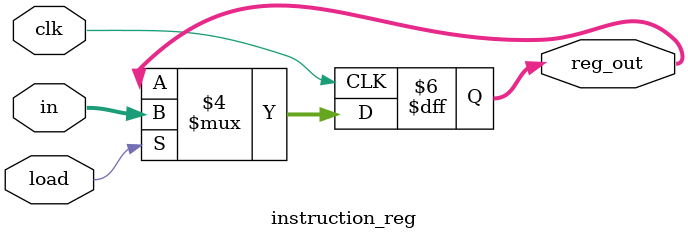
<source format=v>
module instruction_reg(in, reg_out, load, clk);
	input [15:0]in;
	input load;
	output reg[15:0]reg_out;
	input clk;
	always @(posedge clk) begin 
		if(load == 1'b1)
			reg_out <= in;
		else
			reg_out <= reg_out;
	end
endmodule
</source>
